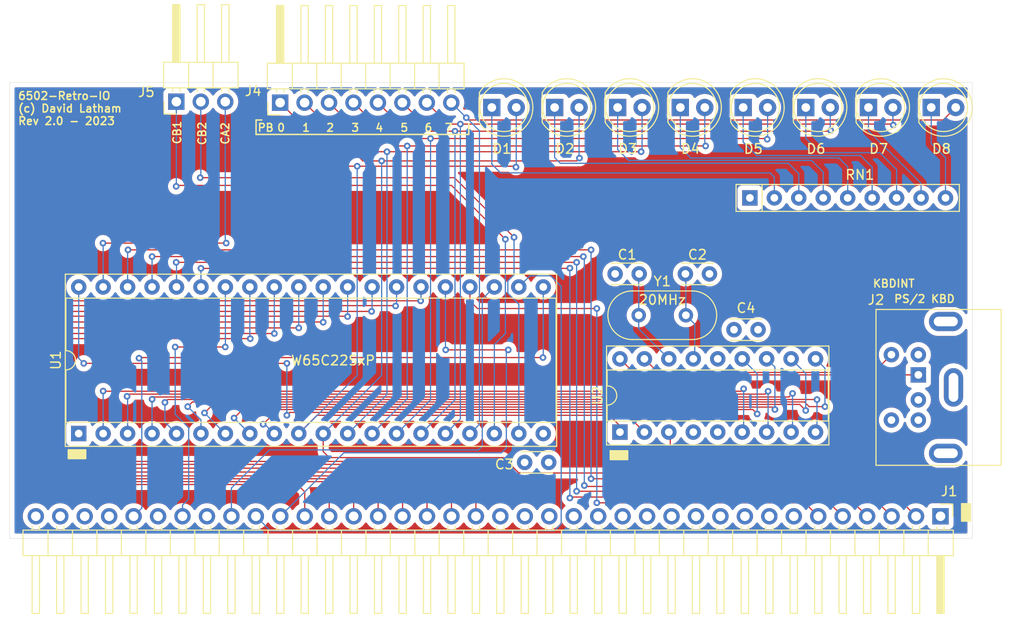
<source format=kicad_pcb>
(kicad_pcb (version 20211014) (generator pcbnew)
  (title_block (title "6502-Retro IO Card") (date "2023-07-26") (rev "2.0") (company "David Latham") (comment 1 "PS2 Keyboard Interface and GPIO"))
  (layers (0 "F.Cu" signal "Front") (1 "In1.Cu" signal) (2 "In2.Cu" signal) (31 "B.Cu" signal "Back") (34 "B.Paste" user) (35 "F.Paste" user) (36 "B.SilkS" user "B.Silkscreen") (37 "F.SilkS" user "F.Silkscreen") (38 "B.Mask" user) (39 "F.Mask" user) (44 "Edge.Cuts" user))
  (net 0 "")
  (net 1 "Net-(C1-Pad1)")
  (net 2 "GND")
  (net 3 "Net-(C2-Pad1)")
  (net 4 "+5V")
  (net 5 "Net-(D1-Pad1)")
  (net 6 "/PA0")
  (net 7 "Net-(D2-Pad1)")
  (net 8 "/PA1")
  (net 9 "Net-(D3-Pad1)")
  (net 10 "/PA2")
  (net 11 "Net-(D4-Pad1)")
  (net 12 "/PA3")
  (net 13 "Net-(D5-Pad1)")
  (net 14 "/PA4")
  (net 15 "Net-(D6-Pad1)")
  (net 16 "/PA5")
  (net 17 "Net-(D7-Pad1)")
  (net 18 "/PA6")
  (net 19 "Net-(D8-Pad1)")
  (net 20 "/PA7")
  (net 21 "/PB0")
  (net 22 "/PB1")
  (net 23 "/PB2")
  (net 24 "/PB3")
  (net 25 "/PB4")
  (net 26 "/PB5")
  (net 27 "/PB6")
  (net 28 "/PB7")
  (net 29 "/A0")
  (net 30 "/A1")
  (net 31 "/A2")
  (net 32 "/A3")
  (net 33 "/A4")
  (net 34 "/A5")
  (net 35 "/A6")
  (net 36 "/A7")
  (net 37 "/A8")
  (net 38 "/A9")
  (net 39 "/A10")
  (net 40 "/A11")
  (net 41 "/A12")
  (net 42 "/A13")
  (net 43 "/A14")
  (net 44 "/A15")
  (net 45 "/D0")
  (net 46 "/D1")
  (net 47 "/D2")
  (net 48 "/D3")
  (net 49 "/D4")
  (net 50 "/D5")
  (net 51 "/D6")
  (net 52 "/D7")
  (net 53 "/PHI2")
  (net 54 "/R{slash}~{W}")
  (net 55 "/~{IO_CS2}")
  (net 56 "/~{IO_CS1}")
  (net 57 "/USR1")
  (net 58 "/~{IRQX}")
  (net 59 "/~{NMI}")
  (net 60 "/RDY")
  (net 61 "/BE")
  (net 62 "/KBDDAT")
  (net 64 "/KBDCLK")
  (net 66 "/CB1")
  (net 67 "/CA1")
  (net 68 "/CB2")
  (net 69 "/CA2")
  (net 70 "/~{RST}")
  (footprint "Crystal:Crystal_HC18-U_Vertical" (layer "F.Cu") (at 161.75 88.7)
    (fp_text reference "Y1")
    (fp_text value "20MHz")
  )
  (footprint "Capacitor_THT:C_Disc_D3.0mm_W2.0mm_P2.50mm" (layer "F.Cu") (at 152.4 104 180)
    (fp_text reference "C3")
    (fp_text value "0.1uF")
  )
  (footprint "Resistor_THT:R_Array_SIP9" (layer "F.Cu") (at 173.3 76.5)
    (fp_text reference "RN1")
    (fp_text value "R_Network08")
  )
  (footprint "LED_THT:LED_D5.0mm" (layer "F.Cu") (at 146.49 67.1)
    (fp_text reference "D1")
    (fp_text value "LED")
  )
  (footprint "LED_THT:LED_D5.0mm" (layer "F.Cu") (at 153.015 67.1)
    (fp_text reference "D2")
    (fp_text value "LED")
  )
  (footprint "LED_THT:LED_D5.0mm" (layer "F.Cu") (at 185.62 67.1)
    (fp_text reference "D7")
    (fp_text value "LED")
  )
  (footprint "Capacitor_THT:C_Disc_D3.0mm_W2.0mm_P2.50mm" (layer "F.Cu") (at 161.8 84.4 180)
    (fp_text reference "C1")
    (fp_text value "20p")
  )
  (footprint "Custom_Footprints:Connector_Mini-DIN_Female_6Pin_2rows" (layer "F.Cu") (at 190.8 94.9 90)
    (fp_text reference "J2")
    (fp_text value "Mini-DIN-6")
  )
  (footprint "LED_THT:LED_D5.0mm" (layer "F.Cu") (at 159.56 67.1)
    (fp_text reference "D3")
    (fp_text value "LED")
  )
  (footprint "Connector_PinHeader_2.54mm:PinHeader_1x08_P2.54mm_Horizontal" (layer "F.Cu") (at 124.5 66.6 90)
    (fp_text reference "J4")
    (fp_text value "Conn_01x08")
  )
  (footprint "Package_DIP:DIP-40_W15.24mm_Socket" (layer "F.Cu") (at 103.575 101 90)
    (fp_text reference "U1")
    (fp_text value "W65C22SxP")
  )
  (footprint "LED_THT:LED_D5.0mm" (layer "F.Cu") (at 192.14 67.1)
    (fp_text reference "D8")
    (fp_text value "LED")
  )
  (footprint "Capacitor_THT:C_Disc_D3.0mm_W2.0mm_P2.50mm" (layer "F.Cu") (at 166.6 84.4)
    (fp_text reference "C2")
    (fp_text value "20p")
  )
  (footprint "Connector_PinHeader_2.54mm:PinHeader_1x38_P2.54mm_Horizontal" (layer "F.Cu") (at 193.1 109.6 -90)
    (fp_text reference "J1")
    (fp_text value "SLOT")
  )
  (footprint "Capacitor_THT:C_Disc_D3.0mm_W2.0mm_P2.50mm" (layer "F.Cu") (at 171.65 90.2)
    (fp_text reference "C4")
    (fp_text value "0.1uF")
  )
  (footprint "LED_THT:LED_D5.0mm" (layer "F.Cu") (at 179.11 67.1)
    (fp_text reference "D6")
    (fp_text value "LED")
  )
  (footprint "LED_THT:LED_D5.0mm" (layer "F.Cu") (at 166.075 67.1)
    (fp_text reference "D4")
    (fp_text value "LED")
  )
  (footprint "Package_DIP:DIP-18_W7.62mm_Socket" (layer "F.Cu") (at 159.8 100.85 90)
    (fp_text reference "U2")
    (fp_text value "PIC16F628A-IP")
  )
  (footprint "LED_THT:LED_D5.0mm" (layer "F.Cu") (at 172.6 67.1)
    (fp_text reference "D5")
    (fp_text value "LED")
  )
  (footprint "Connector_PinHeader_2.54mm:PinHeader_1x03_P2.54mm_Horizontal" (layer "F.Cu") (at 113.72 66.5 90)
    (fp_text reference "J5")
    (fp_text value "Conn_01x03")
  )
  (gr_rect (start 196.2 108.3) (end 195.3 110.1) (layer "F.SilkS") (width 0.1524) (fill solid))
  (gr_line (start 122.6 68.4) (end 122 68.4) (layer "F.SilkS") (width 0.1524))
  (gr_line (start 144.1 69.9) (end 144.1 68.8) (layer "F.SilkS") (width 0.1524))
  (gr_rect (start 102.5 102.7) (end 104.3 103.6) (layer "F.SilkS") (width 0.1524) (fill solid))
  (gr_rect (start 158.8 102.8) (end 160.6 103.7) (layer "F.SilkS") (width 0.1524) (fill solid))
  (gr_line (start 122 68.4) (end 122 69.9) (layer "F.SilkS") (width 0.1524))
  (gr_line (start 122 69.9) (end 144.1 69.9) (layer "F.SilkS") (width 0.1524))
  (gr_rect (start 196.4 64.5) (end 96.4 111.9) (layer "Edge.Cuts") (width 0.0381) (fill none))
  (gr_text "1" (at 127.2 69.2) (layer "F.SilkS") (effects (font (size 0.8128 0.8128) (thickness 0.1524))))
  (gr_text "2" (at 129.7 69.2) (layer "F.SilkS") (effects (font (size 0.8128 0.8128) (thickness 0.1524))))
  (gr_text "4" (at 134.8 69.2) (layer "F.SilkS") (effects (font (size 0.8128 0.8128) (thickness 0.1524))))
  (gr_text "0" (at 124.6 69.2) (layer "F.SilkS") (effects (font (size 0.8128 0.8128) (thickness 0.1524))))
  (gr_text "3" (at 132.3 69.2) (layer "F.SilkS") (effects (font (size 0.8128 0.8128) (thickness 0.1524))))
  (gr_text "CA2" (at 118.8 69.8 90) (layer "F.SilkS") (effects (font (size 0.8128 0.8128) (thickness 0.1524))))
  (gr_text "6" (at 139.9 69.2) (layer "F.SilkS") (effects (font (size 0.8128 0.8128) (thickness 0.1524))))
  (gr_text "CB1" (at 113.8 69.7 90) (layer "F.SilkS") (effects (font (size 0.8128 0.8128) (thickness 0.1524))))
  (gr_text "PS/2 KBD" (at 188.2 87) (layer "F.SilkS") (effects (font (size 0.8128 0.8128) (thickness 0.1524)) (justify left)))
  (gr_text "7" (at 142 69.2) (layer "F.SilkS") (effects (font (size 0.8128 0.8128) (thickness 0.1524))))
  (gr_text "PB" (at 123 69.2) (layer "F.SilkS") (effects (font (size 0.8128 0.8128) (thickness 0.1524))))
  (gr_text "CB2" (at 116.4 69.8 90) (layer "F.SilkS") (effects (font (size 0.8128 0.8128) (thickness 0.1524))))
  (gr_text "6502-Retro-IO\n(c) David Latham\nRev 2.0 - 2023" (at 97.2 67.2) (layer "F.SilkS") (effects (font (size 0.8128 0.8128) (thickness 0.1524)) (justify left)))
  (gr_text "5" (at 137.4 69.2) (layer "F.SilkS") (effects (font (size 0.8128 0.8128) (thickness 0.1524))))
  (gr_text "KBDINT" (at 186 85.4) (layer "F.SilkS") (effects (font (size 0.8128 0.8128) (thickness 0.1524)) (justify left)))
  (segment (start 161.75 88.7) (end 161.75 90.1) (width 0.127) (layer "B.Cu") (net 1))
  (segment (start 161.75 88.7) (end 161.75 84.45) (width 0.127) (layer "B.Cu") (net 1))
  (segment (start 161.75 90.1) (end 165.03 93.38) (width 0.127) (layer "B.Cu") (net 1))
  (segment (start 167.57 89.62) (end 167.57 93.38) (width 0.127) (layer "B.Cu") (net 3))
  (segment (start 166.65 88.7) (end 167.57 89.62) (width 0.127) (layer "B.Cu") (net 3))
  (segment (start 166.65 88.7) (end 166.65 84.45) (width 0.127) (layer "B.Cu") (net 3))
  (segment (start 175.84 74.34) (end 175.4 73.9) (width 0.127) (layer "B.Cu") (net 5))
  (segment (start 175.84 76.5) (end 175.84 74.34) (width 0.127) (layer "B.Cu") (net 5))
  (segment (start 175.4 73.9) (end 147.4 73.9) (width 0.127) (layer "B.Cu") (net 5))
  (segment (start 147.4 73.9) (end 146.49 72.99) (width 0.127) (layer "B.Cu") (net 5))
  (segment (start 146.49 72.99) (end 146.49 67.1) (width 0.127) (layer "B.Cu") (net 5))
  (segment (start 106.13 96.6) (end 106.115 96.585) (width 0.127) (layer "F.Cu") (net 6))
  (segment (start 172.65 96.35) (end 172.4 96.6) (width 0.127) (layer "F.Cu") (net 6))
  (segment (start 172.4 96.6) (end 106.13 96.6) (width 0.127) (layer "F.Cu") (net 6))
  (via (at 172.65 96.35) (size 0.6858) (drill 0.3302) (layers "F.Cu" "B.Cu") (net 6))
  (via (at 106.115 96.585) (size 0.6858) (drill 0.3302) (layers "F.Cu" "B.Cu") (net 6))
  (segment (start 172.65 101) (end 172.65 96.35) (width 0.127) (layer "B.Cu") (net 6))
  (segment (start 106.115 101.025) (end 106.115 96.585) (width 0.127) (layer "B.Cu") (net 6))
  (segment (start 178.38 73.98) (end 177.3 72.9) (width 0.127) (layer "B.Cu") (net 7))
  (segment (start 153.6 72.9) (end 153.015 72.315) (width 0.127) (layer "B.Cu") (net 7))
  (segment (start 177.3 72.9) (end 153.6 72.9) (width 0.127) (layer "B.Cu") (net 7))
  (segment (start 178.38 76.5) (end 178.38 73.98) (width 0.127) (layer "B.Cu") (net 7))
  (segment (start 153.015 72.315) (end 153.015 67.1) (width 0.127) (layer "B.Cu") (net 7))
  (segment (start 108.8329 96.9) (end 108.6 97.1329) (width 0.127) (layer "F.Cu") (net 8))
  (segment (start 175.19 96.61) (end 174.9 96.9) (width 0.127) (layer "F.Cu") (net 8))
  (segment (start 174.9 96.9) (end 108.8329 96.9) (width 0.127) (layer "F.Cu") (net 8))
  (via (at 175.19 96.61) (size 0.6858) (drill 0.3302) (layers "F.Cu" "B.Cu") (net 8))
  (via (at 108.6 97.1329) (size 0.6858) (drill 0.3302) (layers "F.Cu" "B.Cu") (net 8))
  (segment (start 175.19 101) (end 175.19 96.61) (width 0.127) (layer "B.Cu") (net 8))
  (segment (start 108.655 97.1879) (end 108.6 97.1329) (width 0.127) (layer "B.Cu") (net 8))
  (segment (start 108.655 101.025) (end 108.655 97.1879) (width 0.127) (layer "B.Cu") (net 8))
  (segment (start 159.56 71.46) (end 159.56 67.1) (width 0.127) (layer "B.Cu") (net 9))
  (segment (start 179.7 72.6) (end 160.7 72.6) (width 0.127) (layer "B.Cu") (net 9))
  (segment (start 180.92 76.5) (end 180.92 73.82) (width 0.127) (layer "B.Cu") (net 9))
  (segment (start 160.7 72.6) (end 159.56 71.46) (width 0.127) (layer "B.Cu") (net 9))
  (segment (start 180.92 73.82) (end 179.7 72.6) (width 0.127) (layer "B.Cu") (net 9))
  (segment (start 177.73 96.83) (end 177.36 97.2) (width 0.127) (layer "F.Cu") (net 10))
  (segment (start 177.36 97.2) (end 111.4329 97.2) (width 0.127) (layer "F.Cu") (net 10))
  (segment (start 111.4329 97.2) (end 111.2 97.4329) (width 0.127) (layer "F.Cu") (net 10))
  (via (at 177.73 96.83) (size 0.6858) (drill 0.3302) (layers "F.Cu" "B.Cu") (net 10))
  (via (at 111.2 97.4329) (size 0.6858) (drill 0.3302) (layers "F.Cu" "B.Cu") (net 10))
  (segment (start 111.195 101.025) (end 111.195 97.4379) (width 0.127) (layer "B.Cu") (net 10))
  (segment (start 177.73 101) (end 177.73 96.83) (width 0.127) (layer "B.Cu") (net 10))
  (segment (start 111.195 97.4379) (end 111.2 97.4329) (width 0.127) (layer "B.Cu") (net 10))
  (segment (start 167.146499 72.346499) (end 166.075 71.275) (width 0.127) (layer "B.Cu") (net 11))
  (segment (start 166.075 71.275) (end 166.075 67.1) (width 0.127) (layer "B.Cu") (net 11))
  (segment (start 182.546499 72.346499) (end 167.146499 72.346499) (width 0.127) (layer "B.Cu") (net 11))
  (segment (start 183.46 73.26) (end 182.546499 72.346499) (width 0.127) (layer "B.Cu") (net 11))
  (segment (start 183.46 76.5) (end 183.46 73.26) (width 0.127) (layer "B.Cu") (net 11))
  (segment (start 180.260095 97.460095) (end 112.839905 97.460095) (width 0.127) (layer "F.Cu") (net 12))
  (segment (start 180.27 97.47) (end 180.260095 97.460095) (width 0.127) (layer "F.Cu") (net 12))
  (segment (start 112.839905 97.460095) (end 112.53355 97.76645) (width 0.127) (layer "F.Cu") (net 12))
  (via (at 112.53355 97.76645) (size 0.6858) (drill 0.3302) (layers "F.Cu" "B.Cu") (net 12))
  (via (at 180.27 97.47) (size 0.6858) (drill 0.3302) (layers "F.Cu" "B.Cu") (net 12))
  (segment (start 112.53355 99.82355) (end 112.53355 97.76645) (width 0.127) (layer "B.Cu") (net 12))
  (segment (start 113.735 101.025) (end 112.53355 99.82355) (width 0.127) (layer "B.Cu") (net 12))
  (segment (start 180.27 101) (end 180.27 97.47) (width 0.127) (layer "B.Cu") (net 12))
  (segment (start 186 76.5) (end 186 73.3) (width 0.127) (layer "B.Cu") (net 13))
  (segment (start 172.6 70.7) (end 172.6 67.1) (width 0.127) (layer "B.Cu") (net 13))
  (segment (start 184.792998 72.092998) (end 173.992998 72.092998) (width 0.127) (layer "B.Cu") (net 13))
  (segment (start 173.992998 72.092998) (end 172.6 70.7) (width 0.127) (layer "B.Cu") (net 13))
  (segment (start 186 73.3) (end 184.792998 72.092998) (width 0.127) (layer "B.Cu") (net 13))
  (segment (start 115.386401 97.713599) (end 178.967234 97.713599) (width 0.127) (layer "F.Cu") (net 14))
  (segment (start 179.453635 98.2) (end 181.1 98.2) (width 0.127) (layer "F.Cu") (net 14))
  (segment (start 114.9 98.2) (end 115.386401 97.713599) (width 0.127) (layer "F.Cu") (net 14))
  (segment (start 178.967234 97.713599) (end 179.453635 98.2) (width 0.127) (layer "F.Cu") (net 14))
  (via (at 114.9 98.2) (size 0.6858) (drill 0.3302) (layers "F.Cu" "B.Cu") (net 14))
  (via (at 181.1 98.2) (size 0.6858) (drill 0.3302) (layers "F.Cu" "B.Cu") (net 14))
  (segment (start 116.275 99.575) (end 114.9 98.2) (width 0.127) (layer "B.Cu") (net 14))
  (segment (start 181.1 94.21) (end 180.27 93.38) (width 0.127) (layer "B.Cu") (net 14))
  (segment (start 116.275 101.025) (end 116.275 99.575) (width 0.127) (layer "B.Cu") (net 14))
  (segment (start 181.1 98.2) (end 181.1 94.21) (width 0.127) (layer "B.Cu") (net 14))
  (segment (start 180.6 71.8) (end 179.11 70.31) (width 0.127) (layer "B.Cu") (net 15))
  (segment (start 188.54 76.5) (end 188.54 73.54) (width 0.127) (layer "B.Cu") (net 15))
  (segment (start 188.54 73.54) (end 186.8 71.8) (width 0.127) (layer "B.Cu") (net 15))
  (segment (start 179.11 70.31) (end 179.11 67.1) (width 0.127) (layer "B.Cu") (net 15))
  (segment (start 186.8 71.8) (end 180.6 71.8) (width 0.127) (layer "B.Cu") (net 15))
  (segment (start 116.645 98.855) (end 117.5329 97.9671) (width 0.127) (layer "F.Cu") (net 16))
  (segment (start 178.4671 97.9671) (end 179.1 98.6) (width 0.127) (layer "F.Cu") (net 16))
  (segment (start 117.5329 97.9671) (end 178.4671 97.9671) (width 0.127) (layer "F.Cu") (net 16))
  (via (at 116.645 98.855) (size 0.6858) (drill 0.3302) (layers "F.Cu" "B.Cu") (net 16))
  (via (at 179.1 98.6) (size 0.6858) (drill 0.3302) (layers "F.Cu" "B.Cu") (net 16))
  (segment (start 179.1 94.75) (end 179.1 98.6) (width 0.127) (layer "B.Cu") (net 16))
  (segment (start 177.73 93.38) (end 179.1 94.75) (width 0.127) (layer "B.Cu") (net 16))
  (segment (start 116.645 98.855) (end 118.815 101.025) (width 0.127) (layer "B.Cu") (net 16))
  (segment (start 191.08 76.5) (end 191.08 74.98) (width 0.127) (layer "B.Cu") (net 17))
  (segment (start 191.08 74.98) (end 185.62 69.52) (width 0.127) (layer "B.Cu") (net 17))
  (segment (start 185.62 69.52) (end 185.62 67.1) (width 0.127) (layer "B.Cu") (net 17))
  (segment (start 175.646499 98.246499) (end 175.9 98.5) (width 0.127) (layer "F.Cu") (net 18))
  (segment (start 119.715 99.385) (end 120.853501 98.246499) (width 0.127) (layer "F.Cu") (net 18))
  (segment (start 120.853501 98.246499) (end 175.646499 98.246499) (width 0.127) (layer "F.Cu") (net 18))
  (via (at 119.715 99.385) (size 0.6858) (drill 0.3302) (layers "F.Cu" "B.Cu") (net 18))
  (via (at 175.9 98.5) (size 0.6858) (drill 0.3302) (layers "F.Cu" "B.Cu") (net 18))
  (segment (start 175.19 93.38) (end 175.9 94.09) (width 0.127) (layer "B.Cu") (net 18))
  (segment (start 175.9 94.09) (end 175.9 98.5) (width 0.127) (layer "B.Cu") (net 18))
  (segment (start 121.355 101.025) (end 119.715 99.385) (width 0.127) (layer "B.Cu") (net 18))
  (segment (start 192.14 70.84) (end 192.14 67.1) (width 0.127) (layer "B.Cu") (net 19))
  (segment (start 193.62 76.5) (end 193.62 72.32) (width 0.127) (layer "B.Cu") (net 19))
  (segment (start 193.62 72.32) (end 192.14 70.84) (width 0.127) (layer "B.Cu") (net 19))
  (segment (start 173.6 98.5) (end 174.057311 98.957311) (width 0.127) (layer "F.Cu") (net 20))
  (segment (start 122.735 100.0329) (end 124.2679 98.5) (width 0.127) (layer "F.Cu") (net 20))
  (segment (start 124.2679 98.5) (end 173.6 98.5) (width 0.127) (layer "F.Cu") (net 20))
  (via (at 174.057311 98.957311) (size 0.6858) (drill 0.3302) (layers "F.Cu" "B.Cu") (net 20))
  (via (at 122.735 100.0329) (size 0.6858) (drill 0.3302) (layers "F.Cu" "B.Cu") (net 20))
  (segment (start 174.057311 94.787311) (end 174.057311 98.957311) (width 0.127) (layer "B.Cu") (net 20))
  (segment (start 122.9029 100.0329) (end 122.735 100.0329) (width 0.127) (layer "B.Cu") (net 20))
  (segment (start 172.65 93.38) (end 174.057311 94.787311) (width 0.127) (layer "B.Cu") (net 20))
  (segment (start 123.895 101.025) (end 122.9029 100.0329) (width 0.127) (layer "B.Cu") (net 20))
  (segment (start 132.5055 73.2055) (end 148.9055 73.2055) (width 0.127) (layer "F.Cu") (net 21))
  (segment (start 159.95 100.35) (end 158.7 99.1) (width 0.127) (layer "F.Cu") (net 21))
  (segment (start 131.1055 73.2055) (end 132.5055 73.2055) (width 0.127) (layer "F.Cu") (net 21))
  (segment (start 124.5 66.6) (end 131.1055 73.2055) (width 0.127) (layer "F.Cu") (net 21))
  (segment (start 158.7 99.1) (end 128.335 99.1) (width 0.127) (layer "F.Cu") (net 21))
  (segment (start 128.335 99.1) (end 126.435 101) (width 0.127) (layer "F.Cu") (net 21))
  (via (at 132.5055 73.2055) (size 0.6858) (drill 0.3302) (layers "F.Cu" "B.Cu") (net 21))
  (via (at 149 73.3) (size 0.6858) (drill 0.3302) (layers "F.Cu" "B.Cu") (net 21))
  (segment (start 149.03 73.27) (end 149.03 67.1) (width 0.127) (layer "B.Cu") (net 21))
  (segment (start 126.435 101.025) (end 132.5055 94.9545) (width 0.127) (layer "B.Cu") (net 21))
  (segment (start 149 73.3) (end 149.03 73.27) (width 0.127) (layer "B.Cu") (net 21))
  (segment (start 132.5055 94.9545) (end 132.5055 73.2055) (width 0.127) (layer "B.Cu") (net 21))
  (segment (start 149.3 105.1) (end 147.7 103.5) (width 0.127) (layer "F.Cu") (net 22))
  (segment (start 135.0455 72.6545) (end 155.308001 72.6545) (width 0.127) (layer "F.Cu") (net 22))
  (segment (start 155.308001 72.6545) (end 155.595401 72.3671) (width 0.127) (layer "F.Cu") (net 22))
  (segment (start 128.975 102.875) (end 128.975 101) (width 0.127) (layer "F.Cu") (net 22))
  (segment (start 165.03 104.27) (end 164.2 105.1) (width 0.127) (layer "F.Cu") (net 22))
  (segment (start 147.7 103.5) (end 129.6 103.5) (width 0.127) (layer "F.Cu") (net 22))
  (segment (start 127.04 66.6) (end 133.0945 72.6545) (width 0.127) (layer "F.Cu") (net 22))
  (segment (start 129.6 103.5) (end 128.975 102.875) (width 0.127) (layer "F.Cu") (net 22))
  (segment (start 165.03 101) (end 165.03 104.27) (width 0.127) (layer "F.Cu") (net 22))
  (segment (start 133.0945 72.6545) (end 135.0455 72.6545) (width 0.127) (layer "F.Cu") (net 22))
  (segment (start 164.2 105.1) (end 149.3 105.1) (width 0.127) (layer "F.Cu") (net 22))
  (via (at 135.0455 72.6545) (size 0.6858) (drill 0.3302) (layers "F.Cu" "B.Cu") (net 22))
  (via (at 155.595401 72.3671) (size 0.6858) (drill 0.3302) (layers "F.Cu" "B.Cu") (net 22))
  (segment (start 135.0455 94.9545) (end 135.0455 72.6545) (width 0.127) (layer "B.Cu") (net 22))
  (segment (start 155.555 72.326699) (end 155.595401 72.3671) (width 0.127) (layer "B.Cu") (net 22))
  (segment (start 155.555 67.1) (end 155.555 72.326699) (width 0.127) (layer "B.Cu") (net 22))
  (segment (start 128.975 101.025) (end 135.0455 94.9545) (width 0.127) (layer "B.Cu") (net 22))
  (segment (start 134.68 71.7) (end 135.6 71.7) (width 0.127) (layer "F.Cu") (net 23))
  (segment (start 129.58 66.6) (end 134.68 71.7) (width 0.127) (layer "F.Cu") (net 23))
  (segment (start 135.6 71.7) (end 162 71.7) (width 0.127) (layer "F.Cu") (net 23))
  (via (at 162 71.7) (size 0.6858) (drill 0.3302) (layers "F.Cu" "B.Cu") (net 23))
  (via (at 135.6 71.7) (size 0.6858) (drill 0.3302) (layers "F.Cu" "B.Cu") (net 23))
  (segment (start 131.515 101.025) (end 135.6 96.94) (width 0.127) (layer "B.Cu") (net 23))
  (segment (start 135.6 96.94) (end 135.6 71.7) (width 0.127) (layer "B.Cu") (net 23))
  (segment (start 162 71.7) (end 162.1 71.6) (width 0.127) (layer "B.Cu") (net 23))
  (segment (start 162.1 71.6) (end 162.1 67.1) (width 0.127) (layer "B.Cu") (net 23))
  (segment (start 132.12 66.6) (end 136.62 71.1) (width 0.127) (layer "F.Cu") (net 24))
  (segment (start 136.62 71.1) (end 137.7 71.1) (width 0.127) (layer "F.Cu") (net 24))
  (segment (start 137.7 71.1) (end 168.7 71.1) (width 0.127) (layer "F.Cu") (net 24))
  (via (at 168.7 71.1) (size 0.6858) (drill 0.3302) (layers "F.Cu" "B.Cu") (net 24))
  (via (at 137.7 71.1) (size 0.6858) (drill 0.3302) (layers "F.Cu" "B.Cu") (net 24))
  (segment (start 137.7 97.38) (end 137.7 71.1) (width 0.127) (layer "B.Cu") (net 24))
  (segment (start 168.7 71.1) (end 168.615 71.015) (width 0.127) (layer "B.Cu") (net 24))
  (segment (start 168.615 71.015) (end 168.615 67.1) (width 0.127) (layer "B.Cu") (net 24))
  (segment (start 134.055 101.025) (end 137.7 97.38) (width 0.127) (layer "B.Cu") (net 24))
  (segment (start 175.0255 70.3255) (end 175.1 70.4) (width 0.127) (layer "F.Cu") (net 25))
  (segment (start 138.3855 70.3255) (end 140.1255 70.3255) (width 0.127) (layer "F.Cu") (net 25))
  (segment (start 140.1255 70.3255) (end 175.0255 70.3255) (width 0.127) (layer "F.Cu") (net 25))
  (segment (start 134.66 66.6) (end 138.3855 70.3255) (width 0.127) (layer "F.Cu") (net 25))
  (via (at 140.1255 70.3255) (size 0.6858) (drill 0.3302) (layers "F.Cu" "B.Cu") (net 25))
  (via (at 175.1 70.4) (size 0.6858) (drill 0.3302) (layers "F.Cu" "B.Cu") (net 25))
  (segment (start 136.595 101.025) (end 140.1255 97.4945) (width 0.127) (layer "B.Cu") (net 25))
  (segment (start 175.1 70.4) (end 175.14 70.36) (width 0.127) (layer "B.Cu") (net 25))
  (segment (start 175.14 70.36) (end 175.14 67.1) (width 0.127) (layer "B.Cu") (net 25))
  (segment (start 140.1255 97.4945) (end 140.1255 70.3255) (width 0.127) (layer "B.Cu") (net 25))
  (segment (start 137.2 66.6) (end 140.1655 69.5655) (width 0.127) (layer "F.Cu") (net 26))
  (segment (start 140.1655 69.5655) (end 142.6655 69.5655) (width 0.127) (layer "F.Cu") (net 26))
  (segment (start 142.6655 69.5655) (end 181.6345 69.5655) (width 0.127) (layer "F.Cu") (net 26))
  (segment (start 181.6345 69.5655) (end 181.7 69.5) (width 0.127) (layer "F.Cu") (net 26))
  (via (at 142.6655 69.5655) (size 0.6858) (drill 0.3302) (layers "F.Cu" "B.Cu") (net 26))
  (via (at 181.7 69.5) (size 0.6858) (drill 0.3302) (layers "F.Cu" "B.Cu") (net 26))
  (segment (start 139.135 101.025) (end 142.6655 97.4945) (width 0.127) (layer "B.Cu") (net 26))
  (segment (start 181.65 69.45) (end 181.65 67.1) (width 0.127) (layer "B.Cu") (net 26))
  (segment (start 142.6655 97.4945) (end 142.6655 69.5655) (width 0.127) (layer "B.Cu") (net 26))
  (segment (start 181.7 69.5) (end 181.65 69.45) (width 0.127) (layer "B.Cu") (net 26))
  (segment (start 141.9645 68.8245) (end 143.2245 68.8245) (width 0.127) (layer "F.Cu") (net 27))
  (segment (start 139.74 66.6) (end 141.9645 68.8245) (width 0.127) (layer "F.Cu") (net 27))
  (segment (start 188.0916 68.8245) (end 188.2 68.9329) (width 0.127) (layer "F.Cu") (net 27))
  (segment (start 143.2245 68.8245) (end 188.0916 68.8245) (width 0.127) (layer "F.Cu") (net 27))
  (via (at 143.2245 68.8245) (size 0.6858) (drill 0.3302) (layers "F.Cu" "B.Cu") (net 27))
  (via (at 188.2 68.9329) (size 0.6858) (drill 0.3302) (layers "F.Cu" "B.Cu") (net 27))
  (segment (start 188.16 67.1) (end 188.16 68.8929) (width 0.127) (layer "B.Cu") (net 27))
  (segment (start 143.2245 99.4755) (end 143.2245 68.8245) (width 0.127) (layer "B.Cu") (net 27))
  (segment (start 141.675 101.025) (end 143.2245 99.4755) (width 0.127) (layer "B.Cu") (net 27))
  (segment (start 188.16 68.8929) (end 188.2 68.9329) (width 0.127) (layer "B.Cu") (net 27))
  (segment (start 143.84 68.16) (end 144.08 68.4) (width 0.127) (layer "F.Cu") (net 28))
  (segment (start 144.08 68.4) (end 193.38 68.4) (width 0.127) (layer "F.Cu") (net 28))
  (segment (start 193.38 68.4) (end 194.68 67.1) (width 0.127) (layer "F.Cu") (net 28))
  (via (at 143.84 68.16) (size 0.6858) (drill 0.3302) (layers "F.Cu" "B.Cu") (net 28))
  (segment (start 143.84 68.16) (end 142.279999 66.599998) (width 0.127) (layer "B.Cu") (net 28))
  (segment (start 145.2055 100.0345) (end 145.2055 69.525499) (width 0.127) (layer "B.Cu") (net 28))
  (segment (start 145.2055 69.525499) (end 143.84 68.16) (width 0.127) (layer "B.Cu") (net 28))
  (segment (start 144.215 101.025) (end 145.2055 100.0345) (width 0.127) (layer "B.Cu") (net 28))
  (segment (start 186.66 105.7) (end 156.8 105.7) (width 0.127) (layer "F.Cu") (net 29))
  (segment (start 190.56 109.6) (end 186.66 105.7) (width 0.127) (layer "F.Cu") (net 29))
  (segment (start 108.7 81.9) (end 156.8 81.9) (width 0.127) (layer "F.Cu") (net 29))
  (via (at 156.8 81.9) (size 0.6858) (drill 0.3302) (layers "F.Cu" "B.Cu") (net 29))
  (via (at 108.7 81.9) (size 0.6858) (drill 0.3302) (layers "F.Cu" "B.Cu") (net 29))
  (via (at 156.8 105.7) (size 0.6858) (drill 0.3302) (layers "F.Cu" "B.Cu") (net 29))
  (segment (start 108.655 81.945) (end 108.655 85.76) (width 0.127) (layer "B.Cu") (net 29))
  (segment (start 156.8 105.7) (end 156.8 81.9) (width 0.127) (layer "B.Cu") (net 29))
  (segment (start 108.7 81.9) (end 108.655 81.945) (width 0.127) (layer "B.Cu") (net 29))
  (segment (start 188.02 109.6) (end 184.92 106.5) (width 0.127) (layer "F.Cu") (net 30))
  (segment (start 156.2 106.5) (end 156.1 106.4) (width 0.127) (layer "F.Cu") (net 30))
  (segment (start 156.2 106.5) (end 184.92 106.5) (width 0.127) (layer "F.Cu") (net 30))
  (segment (start 156 82.6) (end 111.2 82.6) (width 0.127) (layer "F.Cu") (net 30))
  (via (at 111.2 82.6) (size 0.6858) (drill 0.3302) (layers "F.Cu" "B.Cu") (net 30))
  (via (at 156.1 106.4) (size 0.6858) (drill 0.3302) (layers "F.Cu" "B.Cu") (net 30))
  (via (at 156 82.6) (size 0.6858) (drill 0.3302) (layers "F.Cu" "B.Cu") (net 30))
  (segment (start 156.1 82.7) (end 156 82.6) (width 0.127) (layer "B.Cu") (net 30))
  (segment (start 111.195 82.605) (end 111.195 85.76) (width 0.127) (layer "B.Cu") (net 30))
  (segment (start 111.2 82.6) (end 111.195 82.605) (width 0.127) (layer "B.Cu") (net 30))
  (segment (start 156.1 106.4) (end 156.1 82.7) (width 0.127) (layer "B.Cu") (net 30))
  (segment (start 182.88 107) (end 155.3 107) (width 0.127) (layer "F.Cu") (net 31))
  (segment (start 185.48 109.6) (end 182.88 107) (width 0.127) (layer "F.Cu") (net 31))
  (segment (start 155.3 83.2) (end 113.7 83.2) (width 0.127) (layer "F.Cu") (net 31))
  (via (at 155.3 107) (size 0.6858) (drill 0.3302) (layers "F.Cu" "B.Cu") (net 31))
  (via (at 113.7 83.2) (size 0.6858) (drill 0.3302) (layers "F.Cu" "B.Cu") (net 31))
  (via (at 155.3 83.2) (size 0.6858) (drill 0.3302) (layers "F.Cu" "B.Cu") (net 31))
  (segment (start 113.735 83.235) (end 113.735 85.76) (width 0.127) (layer "B.Cu") (net 31))
  (segment (start 155.3 107) (end 155.3 83.2) (width 0.127) (layer "B.Cu") (net 31))
  (segment (start 113.7 83.2) (end 113.735 83.235) (width 0.127) (layer "B.Cu") (net 31))
  (segment (start 154.575 83.825) (end 154.6 83.8) (width 0.127) (layer "F.Cu") (net 32))
  (segment (start 116.275 83.825) (end 154.575 83.825) (width 0.127) (layer "F.Cu") (net 32))
  (segment (start 182.94 109.6) (end 180.94 107.6) (width 0.127) (layer "F.Cu") (net 32))
  (segment (start 154.7 107.6) (end 154.6 107.7) (width 0.127) (layer "F.Cu") (net 32))
  (segment (start 180.94 107.6) (end 154.7 107.6) (width 0.127) (layer "F.Cu") (net 32))
  (via (at 154.6 83.8) (size 0.6858) (drill 0.3302) (layers "F.Cu" "B.Cu") (net 32))
  (via (at 154.6 107.7) (size 0.6858) (drill 0.3302) (layers "F.Cu" "B.Cu") (net 32))
  (via (at 116.275 83.825) (size 0.6858) (drill 0.3302) (layers "F.Cu" "B.Cu") (net 32))
  (segment (start 116.275 85.76) (end 116.275 83.825) (width 0.127) (layer "B.Cu") (net 32))
  (segment (start 154.6 107.7) (end 154.6 83.8) (width 0.127) (layer "B.Cu") (net 32))
  (segment (start 145 88) (end 157.4 88) (width 0.127) (layer "F.Cu") (net 33))
  (segment (start 179 108.2) (end 157.4 108.2) (width 0.127) (layer "F.Cu") (net 33))
  (segment (start 144.215 85.76) (end 144.215 87.215) (width 0.127) (layer "F.Cu") (net 33))
  (segment (start 144.215 87.215) (end 145 88) (width 0.127) (layer "F.Cu") (net 33))
  (segment (start 180.4 109.6) (end 179 108.2) (width 0.127) (layer "F.Cu") (net 33))
  (via (at 157.4 108.2) (size 0.6858) (drill 0.3302) (layers "F.Cu" "B.Cu") (net 33))
  (via (at 157.4 88) (size 0.6858) (drill 0.3302) (layers "F.Cu" "B.Cu") (net 33))
  (segment (start 157.4 88) (end 157.4 108.2) (width 0.127) (layer "B.Cu") (net 33))
  (segment (start 144.84 109.6) (end 144.84 104.14) (width 0.127) (layer "F.Cu") (net 45))
  (segment (start 101.3 103) (end 101.3 91.5) (width 0.127) (layer "F.Cu") (net 45))
  (segment (start 101.6671 91.1329) (end 121.4 91.1329) (width 0.127) (layer "F.Cu") (net 45))
  (segment (start 144.84 104.14) (end 144.6 103.9) (width 0.127) (layer "F.Cu") (net 45))
  (segment (start 144.6 103.9) (end 102.2 103.9) (width 0.127) (layer "F.Cu") (net 45))
  (segment (start 101.3 91.5) (end 101.6671 91.1329) (width 0.127) (layer "F.Cu") (net 45))
  (segment (start 102.2 103.9) (end 101.3 103) (width 0.127) (layer "F.Cu") (net 45))
  (via (at 121.4 91.1329) (size 0.6858) (drill 0.3302) (layers "F.Cu" "B.Cu") (net 45))
  (segment (start 121.355 85.76) (end 121.355 91.0879) (width 0.127) (layer "B.Cu") (net 45))
  (segment (start 121.355 91.0879) (end 121.4 91.1329) (width 0.127) (layer "B.Cu") (net 45))
  (segment (start 141.7 104.2) (end 102.1 104.2) (width 0.127) (layer "F.Cu") (net 46))
  (segment (start 101.8 90.6) (end 123.9 90.6) (width 0.127) (layer "F.Cu") (net 46))
  (segment (start 142.3 109.6) (end 142.3 104.8) (width 0.127) (layer "F.Cu") (net 46))
  (segment (start 101 103.1) (end 101 91.4) (width 0.127) (layer "F.Cu") (net 46))
  (segment (start 102.1 104.2) (end 101 103.1) (width 0.127) (layer "F.Cu") (net 46))
  (segment (start 142.3 104.8) (end 141.7 104.2) (width 0.127) (layer "F.Cu") (net 46))
  (segment (start 101 91.4) (end 101.8 90.6) (width 0.127) (layer "F.Cu") (net 46))
  (via (at 123.9 90.6) (size 0.6858) (drill 0.3302) (layers "F.Cu" "B.Cu") (net 46))
  (segment (start 123.9 90.6) (end 123.895 90.595) (width 0.127) (layer "B.Cu") (net 46))
  (segment (start 123.895 90.595) (end 123.895 85.76) (width 0.127) (layer "B.Cu") (net 46))
  (segment (start 101.981701 90.018299) (end 126.435 90.018299) (width 0.127) (layer "F.Cu") (net 47))
  (segment (start 139 104.6) (end 139.76 105.36) (width 0.127) (layer "F.Cu") (net 47))
  (segment (start 102.058504 104.6) (end 100.7 103.241496) (width 0.127) (layer "F.Cu") (net 47))
  (segment (start 139 104.6) (end 102.058504 104.6) (width 0.127) (layer "F.Cu") (net 47))
  (segment (start 100.7 103.2) (end 100.7 91.281701) (width 0.127) (layer "F.Cu") (net 47))
  (segment (start 139.76 109.6) (end 139.76 105.36) (width 0.127) (layer "F.Cu") (net 47))
  (segment (start 100.7 91.281701) (end 101.981701 90) (width 0.127) (layer "F.Cu") (net 47))
  (via (at 126.435 90.018299) (size 0.6858) (drill 0.3302) (layers "F.Cu" "B.Cu") (net 47))
  (segment (start 126.435 85.76) (end 126.435 90.018299) (width 0.127) (layer "B.Cu") (net 47))
  (segment (start 137.22 109.6) (end 137.22 105.82) (width 0.127) (layer "F.Cu") (net 48))
  (segment (start 102.1 105) (end 100.4 103.3) (width 0.127) (layer "F.Cu") (net 48))
  (segment (start 136.4 105) (end 137.22 105.82) (width 0.127) (layer "F.Cu") (net 48))
  (segment (start 128.950002 89.4) (end 128.975001 89.424999) (width 0.127) (layer "F.Cu") (net 48))
  (segment (start 100.4 91.2) (end 102.2 89.4) (width 0.127) (layer "F.Cu") (net 48))
  (segment (start 136.4 105) (end 102.1 105) (width 0.127) (layer "F.Cu") (net 48))
  (segment (start 102.2 89.4) (end 128.950002 89.4) (width 0.127) (layer "F.Cu") (net 48))
  (segment (start 100.4 103.3) (end 100.4 91.2) (width 0.127) (layer "F.Cu") (net 48))
  (via (at 128.975001 89.424999) (size 0.6858) (drill 0.3302) (layers "F.Cu" "B.Cu") (net 48))
  (segment (start 128.975001 89.424999) (end 128.975 85.76) (width 0.127) (layer "B.Cu") (net 48))
  (segment (start 131.471699 88.8) (end 131.504599 88.8329) (width 0.127) (layer "F.Cu") (net 49))
  (segment (start 134 105.4) (end 102.1 105.4) (width 0.127) (layer "F.Cu") (net 49))
  (segment (start 100.1 103.4) (end 100.1 91) (width 0.127) (layer "F.Cu") (net 49))
  (segment (start 134.68 109.6) (end 134.68 106.08) (width 0.127) (layer "F.Cu") (net 49))
  (segment (start 134 105.4) (end 134.68 106.08) (width 0.127) (layer "F.Cu") (net 49))
  (segment (start 100.1 91) (end 102.3 88.8) (width 0.127) (layer "F.Cu") (net 49))
  (segment (start 102.3 88.8) (end 131.471699 88.8) (width 0.127) (layer "F.Cu") (net 49))
  (segment (start 102.1 105.4) (end 100.1 103.4) (width 0.127) (layer "F.Cu") (net 49))
  (via (at 131.504599 88.8329) (size 0.6858) (drill 0.3302) (layers "F.Cu" "B.Cu") (net 49))
  (segment (start 131.515 88.822499) (end 131.504599 88.8329) (width 0.127) (layer "B.Cu") (net 49))
  (segment (start 131.515 85.76) (end 131.515 88.822499) (width 0.127) (layer "B.Cu") (net 49))
  (segment (start 102 105.7) (end 99.8 103.5) (width 0.127) (layer "F.Cu") (net 50))
  (segment (start 99.8 103.5) (end 99.8 90.9) (width 0.127) (layer "F.Cu") (net 50))
  (segment (start 132.14 106.44) (end 131.4 105.7) (width 0.127) (layer "F.Cu") (net 50))
  (segment (start 131.4 105.7) (end 102 105.7) (width 0.127) (layer "F.Cu") (net 50))
  (segment (start 99.8 90.9) (end 102.4 88.3) (width 0.127) (layer "F.Cu") (net 50))
  (segment (start 132.14 109.6) (end 132.14 106.44) (width 0.127) (layer "F.Cu") (net 50))
  (segment (start 102.4 88.3) (end 134 88.3) (width 0.127) (layer "F.Cu") (net 50))
  (via (at 134 88.299998) (size 0.6858) (drill 0.3302) (layers "F.Cu" "B.Cu") (net 50))
  (segment (start 134.055 88.245002) (end 134.055 85.76) (width 0.127) (layer "B.Cu") (net 50))
  (segment (start 102.6 87.7) (end 136.462501 87.7) (width 0.127) (layer "F.Cu") (net 51))
  (segment (start 99.5 103.6) (end 99.5 90.8) (width 0.127) (layer "F.Cu") (net 51))
  (segment (start 136.462501 87.7) (end 136.495401 87.7329) (width 0.127) (layer "F.Cu") (net 51))
  (segment (start 128.9 106) (end 101.9 106) (width 0.127) (layer "F.Cu") (net 51))
  (segment (start 99.5 90.8) (end 102.6 87.7) (width 0.127) (layer "F.Cu") (net 51))
  (segment (start 101.9 106) (end 99.5 103.6) (width 0.127) (layer "F.Cu") (net 51))
  (segment (start 129.6 106.7) (end 128.9 106) (width 0.127) (layer "F.Cu") (net 51))
  (segment (start 129.6 109.6) (end 129.6 106.7) (width 0.127) (layer "F.Cu") (net 51))
  (via (at 136.495401 87.7329) (size 0.6858) (drill 0.3302) (layers "F.Cu" "B.Cu") (net 51))
  (segment (start 136.595 87.633301) (end 136.495401 87.7329) (width 0.127) (layer "B.Cu") (net 51))
  (segment (start 136.595 85.76) (end 136.595 87.633301) (width 0.127) (layer "B.Cu") (net 51))
  (segment (start 101.8 106.3) (end 99.2 103.7) (width 0.127) (layer "F.Cu") (net 52))
  (segment (start 102.7 87.2) (end 139.1 87.2) (width 0.127) (layer "F.Cu") (net 52))
  (segment (start 99.2 103.7) (end 99.2 90.7) (width 0.127) (layer "F.Cu") (net 52))
  (segment (start 127.06 109.6) (end 127.06 107.06) (width 0.127) (layer "F.Cu") (net 52))
  (segment (start 99.2 90.7) (end 102.7 87.2) (width 0.127) (layer "F.Cu") (net 52))
  (segment (start 126.3 106.3) (end 127.06 107.06) (width 0.127) (layer "F.Cu") (net 52))
  (segment (start 126.3 106.3) (end 101.8 106.3) (width 0.127) (layer "F.Cu") (net 52))
  (via (at 139.1 87.2) (size 0.6858) (drill 0.3302) (layers "F.Cu" "B.Cu") (net 52))
  (segment (start 139.135 87.165) (end 139.1 87.2) (width 0.127) (layer "B.Cu") (net 52))
  (segment (start 139.135 85.76) (end 139.135 87.165) (width 0.127) (layer "B.Cu") (net 52))
  (segment (start 141.7 92.3) (end 148.2 92.3) (width 0.127) (layer "F.Cu") (net 53))
  (via (at 141.7 92.3) (size 0.6858) (drill 0.3302) (layers "F.Cu" "B.Cu") (net 53))
  (via (at 148.2 92.3) (size 0.6858) (drill 0.3302) (layers "F.Cu" "B.Cu") (net 53))
  (segment (start 147.5 103) (end 148 102.5) (width 0.127) (layer "B.Cu") (net 53))
  (segment (start 148 92.5) (end 148.2 92.3) (width 0.127) (layer "B.Cu") (net 53))
  (segment (start 131.12 103) (end 147.5 103) (width 0.127) (layer "B.Cu") (net 53))
  (segment (start 141.7 92.3) (end 141.675 92.275) (width 0.127) (layer "B.Cu") (net 53))
  (segment (start 141.675 92.275) (end 141.675 85.76) (width 0.127) (layer "B.Cu") (net 53))
  (segment (start 148 102.5) (end 148 92.5) (width 0.127) (layer "B.Cu") (net 53))
  (segment (start 124.52 109.6) (end 131.12 103) (width 0.127) (layer "B.Cu") (net 53))
  (segment (start 123.48 111.1) (end 153 111.1) (width 0.127) (layer "B.Cu") (net 54))
  (segment (start 153 111.1) (end 153.7 110.4) (width 0.127) (layer "B.Cu") (net 54))
  (segment (start 152.6 84.6) (end 150.455 84.6) (width 0.127) (layer "B.Cu") (net 54))
  (segment (start 153.7 85.7) (end 152.6 84.6) (width 0.127) (layer "B.Cu") (net 54))
  (segment (start 121.98 109.6) (end 123.48 111.1) (width 0.127) (layer "B.Cu") (net 54))
  (segment (start 153.7 110.4) (end 153.7 85.7) (width 0.127) (layer "B.Cu") (net 54))
  (segment (start 150.455 84.6) (end 149.295 85.76) (width 0.127) (layer "B.Cu") (net 54))
  (segment (start 145.1 102.7) (end 145.5 102.3) (width 0.127) (layer "B.Cu") (net 55))
  (segment (start 145.5 102.3) (end 145.5 87.015) (width 0.127) (layer "B.Cu") (net 55))
  (segment (start 123.4 102.7) (end 145.1 102.7) (width 0.127) (layer "B.Cu") (net 55))
  (segment (start 119.44 106.66) (end 123.4 102.7) (width 0.127) (layer "B.Cu") (net 55))
  (segment (start 145.5 87.015) (end 146.755 85.76) (width 0.127) (layer "B.Cu") (net 55))
  (segment (start 119.44 109.6) (end 119.44 106.66) (width 0.127) (layer "B.Cu") (net 55))
  (segment (start 151.8 93.1) (end 109.909789 93.1) (width 0.127) (layer "F.Cu") (net 58))
  (segment (start 109.909789 93.1) (end 109.842689 93.1671) (width 0.127) (layer "F.Cu") (net 58))
  (via (at 151.8 93.1) (size 0.6858) (drill 0.3302) (layers "F.Cu" "B.Cu") (net 58))
  (via (at 109.842689 93.1671) (size 0.6858) (drill 0.3302) (layers "F.Cu" "B.Cu") (net 58))
  (segment (start 151.8 93.1) (end 151.835 93.065) (width 0.127) (layer "B.Cu") (net 58))
  (segment (start 110.13 93.454411) (end 109.842689 93.1671) (width 0.127) (layer "B.Cu") (net 58))
  (segment (start 109.28 109.6) (end 110.13 108.75) (width 0.127) (layer "B.Cu") (net 58))
  (segment (start 110.13 108.75) (end 110.13 93.454411) (width 0.127) (layer "B.Cu") (net 58))
  (segment (start 151.835 93.065) (end 151.835 85.76) (width 0.127) (layer "B.Cu") (net 58))
  (segment (start 190.8 94.9) (end 161.47 94.9) (width 0.127) (layer "F.Cu") (net 62))
  (segment (start 161.47 94.9) (end 159.95 93.38) (width 0.127) (layer "F.Cu") (net 62))
  (segment (start 162.49 93.38) (end 163.756499 94.646499) (width 0.127) (layer "F.Cu") (net 64))
  (segment (start 186.153501 94.646499) (end 188 92.8) (width 0.127) (layer "F.Cu") (net 64))
  (segment (start 163.756499 94.646499) (end 186.153501 94.646499) (width 0.127) (layer "F.Cu") (net 64))
  (segment (start 113.8 75.2) (end 113.7 75.3) (width 0.127) (layer "F.Cu") (net 66))
  (segment (start 142.300001 75.2) (end 113.8 75.2) (width 0.127) (layer "F.Cu") (net 66))
  (segment (start 142.300001 75.2) (end 147.900001 80.8) (width 0.127) (layer "F.Cu") (net 66))
  (via (at 113.7 75.3) (size 0.6858) (drill 0.3302) (layers "F.Cu" "B.Cu") (net 66))
  (via (at 147.900001 80.8) (size 0.6858) (drill 0.3302) (layers "F.Cu" "B.Cu") (net 66))
  (segment (start 147.9 90.6) (end 147.900001 80.8) (width 0.127) (layer "B.Cu") (net 66))
  (segment (start 113.7 75.3) (end 113.72 75.28) (width 0.127) (layer "B.Cu") (net 66))
  (segment (start 113.72 75.28) (end 113.72 66.5) (width 0.127) (layer "B.Cu") (net 66))
  (segment (start 146.755 91.745) (end 147.9 90.6) (width 0.127) (layer "B.Cu") (net 66))
  (segment (start 146.755 101) (end 146.755 91.745) (width 0.127) (layer "B.Cu") (net 66))
  (segment (start 125.5 98.8) (end 125.2 99.1) (width 0.127) (layer "F.Cu") (net 67))
  (segment (start 125.2 93.7) (end 104.1 93.7) (width 0.127) (layer "F.Cu") (net 67))
  (segment (start 125.5 98.8) (end 160.29 98.8) (width 0.127) (layer "F.Cu") (net 67))
  (segment (start 162.49 101) (end 160.29 98.8) (width 0.127) (layer "F.Cu") (net 67))
  (via (at 104.1 93.7) (size 0.6858) (drill 0.3302) (layers "F.Cu" "B.Cu") (net 67))
  (via (at 125.2 99.1) (size 0.6858) (drill 0.3302) (layers "F.Cu" "B.Cu") (net 67))
  (via (at 125.2 93.7) (size 0.6858) (drill 0.3302) (layers "F.Cu" "B.Cu") (net 67))
  (segment (start 104.1 93.7) (end 103.575 93.175) (width 0.127) (layer "B.Cu") (net 67))
  (segment (start 103.575 93.175) (end 103.575 85.76) (width 0.127) (layer "B.Cu") (net 67))
  (segment (start 125.2 99.1) (end 125.2 93.7) (width 0.127) (layer "B.Cu") (net 67))
  (segment (start 142.6 74.4) (end 148.8 80.6) (width 0.127) (layer "F.Cu") (net 68))
  (segment (start 142.6 74.4) (end 116.2 74.4) (width 0.127) (layer "F.Cu") (net 68))
  (via (at 148.8 80.6) (size 0.6858) (drill 0.3302) (layers "F.Cu" "B.Cu") (net 68))
  (via (at 116.2 74.4) (size 0.6858) (drill 0.3302) (layers "F.Cu" "B.Cu") (net 68))
  (segment (start 149.295 101) (end 149.295 87.55591) (width 0.127) (layer "B.Cu") (net 68))
  (segment (start 116.2 74.4) (end 116.26 74.34) (width 0.127) (layer "B.Cu") (net 68))
  (segment (start 116.26 74.34) (end 116.26 66.5) (width 0.127) (layer "B.Cu") (net 68))
  (segment (start 148.153501 86.414411) (end 148.153501 85.136497) (width 0.127) (layer "B.Cu") (net 68))
  (segment (start 148.8 84.489998) (end 148.8 80.6) (width 0.127) (layer "B.Cu") (net 68))
  (segment (start 149.295 87.55591) (end 148.153501 86.414411) (width 0.127) (layer "B.Cu") (net 68))
  (segment (start 148.153501 85.136497) (end 148.8 84.489998) (width 0.127) (layer "B.Cu") (net 68))
  (segment (start 106.1 81.2) (end 118.9 81.2) (width 0.127) (layer "F.Cu") (net 69))
  (via (at 106.1 81.2) (size 0.6858) (drill 0.3302) (layers "F.Cu" "B.Cu") (net 69))
  (via (at 118.9 81.2) (size 0.6858) (drill 0.3302) (layers "F.Cu" "B.Cu") (net 69))
  (segment (start 118.8 81.1) (end 118.9 81.2) (width 0.127) (layer "B.Cu") (net 69))
  (segment (start 118.8 66.5) (end 118.8 81.1) (width 0.127) (layer "B.Cu") (net 69))
  (segment (start 106.115 85.76) (end 106.115 81.215) (width 0.127) (layer "B.Cu") (net 69))
  (segment (start 106.115 81.215) (end 106.1 81.2) (width 0.127) (layer "B.Cu") (net 69))
  (segment (start 113.6 92) (end 118.8 92) (width 0.127) (layer "F.Cu") (net 70))
  (via (at 118.8 92) (size 0.6858) (drill 0.3302) (layers "F.Cu" "B.Cu") (net 70))
  (via (at 113.6 92) (size 0.6858) (drill 0.3302) (layers "F.Cu" "B.Cu") (net 70))
  (segment (start 115 107.8) (end 115 100.4) (width 0.127) (layer "B.Cu") (net 70))
  (segment (start 114.36 109.6) (end 114.36 108.44) (width 0.127) (layer "B.Cu") (net 70))
  (segment (start 118.8 92) (end 118.815 91.985) (width 0.127) (layer "B.Cu") (net 70))
  (segment (start 118.815 91.985) (end 118.815 85.76) (width 0.127) (layer "B.Cu") (net 70))
  (segment (start 113.6 99) (end 113.6 92) (width 0.127) (layer "B.Cu") (net 70))
  (segment (start 114.36 108.44) (end 115 107.8) (width 0.127) (layer "B.Cu") (net 70))
  (segment (start 115 100.4) (end 113.6 99) (width 0.127) (layer "B.Cu") (net 70))
  (zone (net 0) (net_name "") (layer "F.Cu") (connect_pads (clearance 0.508)) (min_thickness 0.254) (fill yes (thermal_gap 0.508) (thermal_bridge_width 0.508))
    (polygon (pts (xy 197.1 112.5) (xy 95.4 112.6) (xy 95.8 64.1) (xy 197.4 63.7)))
  )
  (zone (net 0) (net_name "") (layer "B.Cu") (connect_pads (clearance 0.508)) (min_thickness 0.254) (fill yes (thermal_gap 0.508) (thermal_bridge_width 0.508))
    (polygon (pts (xy 197.2 112.5) (xy 95.4 112.7) (xy 95.7 64) (xy 197.4 63.8)))
  )
)
</source>
